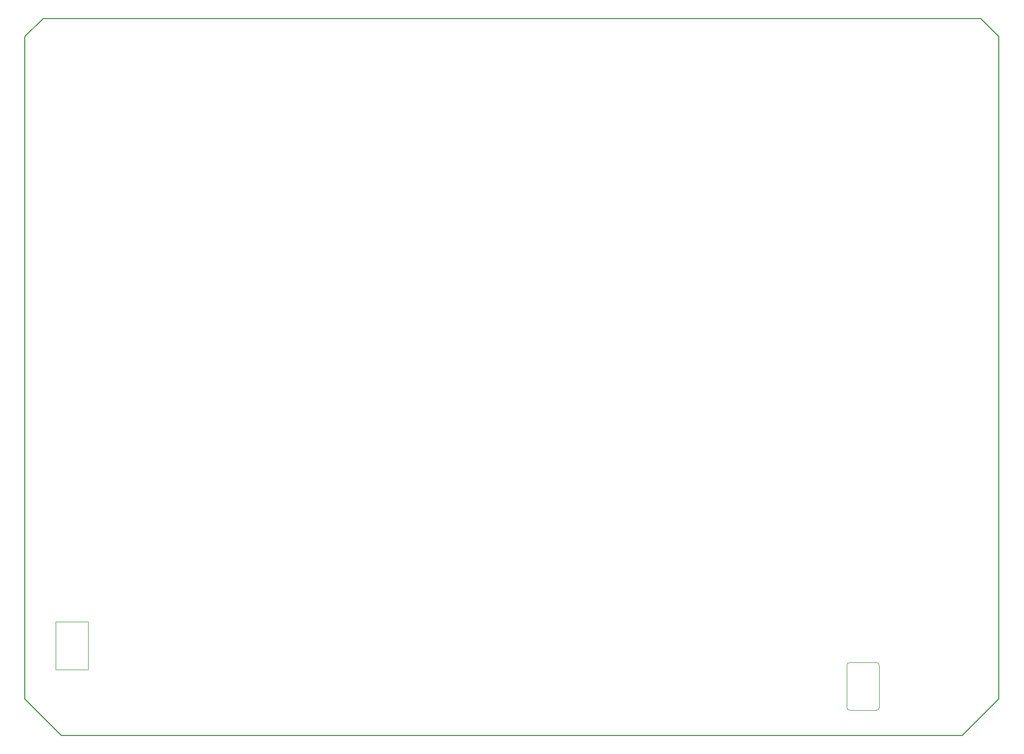
<source format=gbr>
%TF.GenerationSoftware,KiCad,Pcbnew,(6.0.1)*%
%TF.CreationDate,2023-10-20T02:01:24+01:00*%
%TF.ProjectId,Polygonus-Universal-Base,506f6c79-676f-46e7-9573-2d556e697665,rev?*%
%TF.SameCoordinates,Original*%
%TF.FileFunction,Profile,NP*%
%FSLAX46Y46*%
G04 Gerber Fmt 4.6, Leading zero omitted, Abs format (unit mm)*
G04 Created by KiCad (PCBNEW (6.0.1)) date 2023-10-20 02:01:24*
%MOMM*%
%LPD*%
G01*
G04 APERTURE LIST*
%TA.AperFunction,Profile*%
%ADD10C,0.200000*%
%TD*%
%TA.AperFunction,Profile*%
%ADD11C,0.120000*%
%TD*%
G04 APERTURE END LIST*
D10*
X57160000Y-82380000D02*
X57160000Y-50580000D01*
X57160000Y-50580000D02*
X57160000Y-37380000D01*
X217160000Y-138338000D02*
X211160000Y-144338000D01*
X214160000Y-26380000D02*
X217160000Y-29380000D01*
X60160000Y-26380000D02*
X214160000Y-26380000D01*
X211160000Y-144338000D02*
X63160000Y-144338000D01*
X57160000Y-29380000D02*
X60160000Y-26380000D01*
X57160000Y-37380000D02*
X57160000Y-29380000D01*
X57160000Y-95580000D02*
X57160000Y-82380000D01*
X63160000Y-144338000D02*
X57160000Y-138338000D01*
X217160000Y-50580000D02*
X217160000Y-87380000D01*
X217160000Y-37380000D02*
X217160000Y-50580000D01*
X57160000Y-138338000D02*
X57160000Y-95580000D01*
X217160000Y-100580000D02*
X217160000Y-138338000D01*
X217160000Y-87380000D02*
X217160000Y-100580000D01*
X217160000Y-29380000D02*
X217160000Y-37380000D01*
D11*
%TO.C,U14*%
X62200183Y-133516000D02*
X67534183Y-133516000D01*
X67534183Y-133516000D02*
X67534183Y-125642000D01*
X67534183Y-125642000D02*
X62200183Y-125642000D01*
X62200183Y-125642000D02*
X62200183Y-133516000D01*
%TO.C,U1*%
X197008269Y-132326258D02*
X192666690Y-132323846D01*
X192168293Y-139699445D02*
X192170962Y-132824770D01*
X192668945Y-140204408D02*
X197013913Y-140200743D01*
X197508000Y-139695997D02*
X197508545Y-132820470D01*
X197013913Y-140200743D02*
G75*
G03*
X197508000Y-139695997I-5771J499849D01*
G01*
X197508545Y-132820470D02*
G75*
G03*
X197008269Y-132326258I-500284J-6109D01*
G01*
X192168292Y-139699445D02*
G75*
G03*
X192668945Y-140204408I505469J483D01*
G01*
X192666690Y-132323846D02*
G75*
G03*
X192170962Y-132824770I4795J-500500D01*
G01*
%TD*%
M02*

</source>
